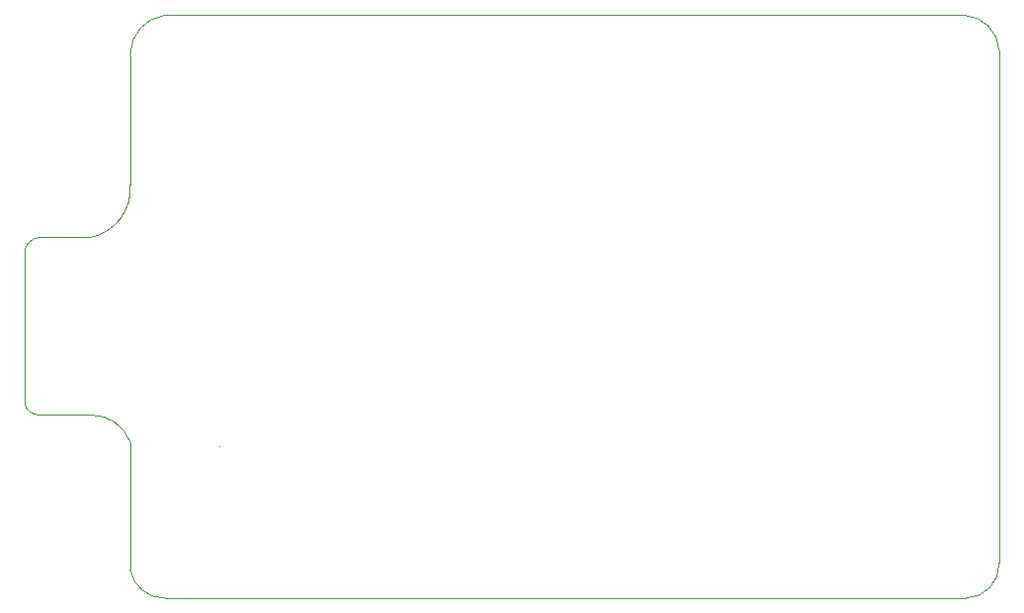
<source format=gbr>
%TF.GenerationSoftware,KiCad,Pcbnew,(6.0.7-1)-1*%
%TF.CreationDate,2022-09-05T19:59:37-07:00*%
%TF.ProjectId,KamiPCBv2,4b616d69-5043-4427-9632-2e6b69636164,rev?*%
%TF.SameCoordinates,Original*%
%TF.FileFunction,Profile,NP*%
%FSLAX46Y46*%
G04 Gerber Fmt 4.6, Leading zero omitted, Abs format (unit mm)*
G04 Created by KiCad (PCBNEW (6.0.7-1)-1) date 2022-09-05 19:59:37*
%MOMM*%
%LPD*%
G01*
G04 APERTURE LIST*
%TA.AperFunction,Profile*%
%ADD10C,0.050000*%
%TD*%
G04 APERTURE END LIST*
D10*
X182880029Y-83003298D02*
G75*
G03*
X179880000Y-80003271I-3172929J-172902D01*
G01*
X182880000Y-127003300D02*
X182880000Y-83003300D01*
X104990378Y-114300000D02*
X100600000Y-114300000D01*
X119127757Y-130003271D02*
X180007000Y-130003271D01*
X100600002Y-99060026D02*
G75*
G03*
X99330000Y-100524833I97598J-1367574D01*
G01*
X108380770Y-116624153D02*
G75*
G03*
X104990378Y-114300000I-3314870J-1200647D01*
G01*
X104990373Y-99059977D02*
G75*
G03*
X108380757Y-94543300I-840173J4161477D01*
G01*
X111380800Y-130003300D02*
X119127757Y-130003300D01*
X99330000Y-113300000D02*
X99330000Y-100524833D01*
X108380757Y-94543300D02*
X108380757Y-83401315D01*
X180007000Y-130003246D02*
G75*
G03*
X182880000Y-127003300I-29300J2903746D01*
G01*
X99329999Y-113300000D02*
G75*
G03*
X100600000Y-114300000I1228701J254000D01*
G01*
X116000757Y-117003271D02*
X116000757Y-117003271D01*
X108380703Y-127578558D02*
G75*
G03*
X111380800Y-130003300I2931997J559358D01*
G01*
X179880000Y-80003271D02*
X119035189Y-80003300D01*
X111380757Y-80003300D02*
X119035189Y-80003300D01*
X100600000Y-99060000D02*
X104990378Y-99060000D01*
X111380752Y-80003263D02*
G75*
G03*
X108380757Y-83401315I424448J-3398037D01*
G01*
X108380757Y-127578548D02*
X108380778Y-116624150D01*
M02*

</source>
